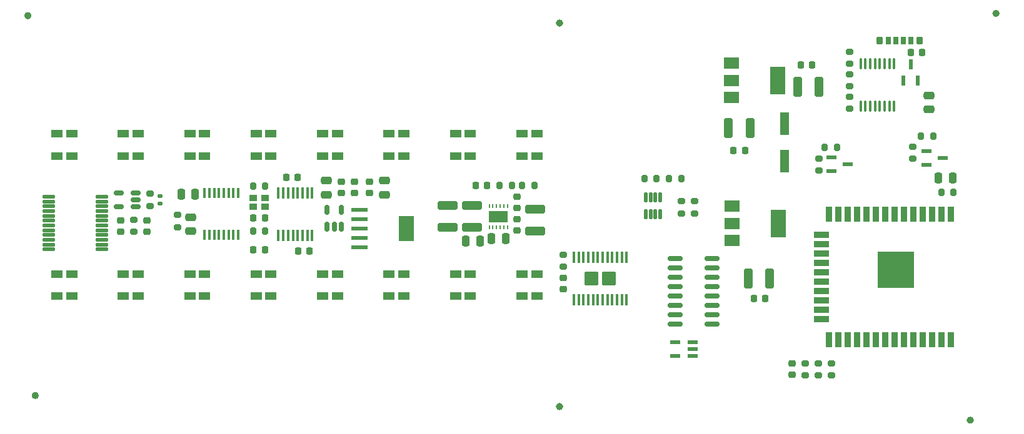
<source format=gtp>
G04 #@! TF.GenerationSoftware,KiCad,Pcbnew,(6.0.1-0)*
G04 #@! TF.CreationDate,2022-03-07T17:57:34+09:00*
G04 #@! TF.ProjectId,qLAMP-main,714c414d-502d-46d6-9169-6e2e6b696361,rev?*
G04 #@! TF.SameCoordinates,Original*
G04 #@! TF.FileFunction,Paste,Top*
G04 #@! TF.FilePolarity,Positive*
%FSLAX46Y46*%
G04 Gerber Fmt 4.6, Leading zero omitted, Abs format (unit mm)*
G04 Created by KiCad (PCBNEW (6.0.1-0)) date 2022-03-07 17:57:34*
%MOMM*%
%LPD*%
G01*
G04 APERTURE LIST*
G04 Aperture macros list*
%AMRoundRect*
0 Rectangle with rounded corners*
0 $1 Rounding radius*
0 $2 $3 $4 $5 $6 $7 $8 $9 X,Y pos of 4 corners*
0 Add a 4 corners polygon primitive as box body*
4,1,4,$2,$3,$4,$5,$6,$7,$8,$9,$2,$3,0*
0 Add four circle primitives for the rounded corners*
1,1,$1+$1,$2,$3*
1,1,$1+$1,$4,$5*
1,1,$1+$1,$6,$7*
1,1,$1+$1,$8,$9*
0 Add four rect primitives between the rounded corners*
20,1,$1+$1,$2,$3,$4,$5,0*
20,1,$1+$1,$4,$5,$6,$7,0*
20,1,$1+$1,$6,$7,$8,$9,0*
20,1,$1+$1,$8,$9,$2,$3,0*%
G04 Aperture macros list end*
%ADD10C,0.475000*%
%ADD11RoundRect,0.100000X-0.100000X0.637500X-0.100000X-0.637500X0.100000X-0.637500X0.100000X0.637500X0*%
%ADD12R,0.249999X0.499999*%
%ADD13R,2.500000X1.500000*%
%ADD14R,2.200000X0.600000*%
%ADD15R,2.150000X3.450000*%
%ADD16RoundRect,0.150000X0.150000X-0.512500X0.150000X0.512500X-0.150000X0.512500X-0.150000X-0.512500X0*%
%ADD17R,2.000000X1.500000*%
%ADD18R,2.000000X3.800000*%
%ADD19RoundRect,0.250000X0.475000X-0.250000X0.475000X0.250000X-0.475000X0.250000X-0.475000X-0.250000X0*%
%ADD20R,1.219200X3.098800*%
%ADD21RoundRect,0.225000X0.250000X-0.225000X0.250000X0.225000X-0.250000X0.225000X-0.250000X-0.225000X0*%
%ADD22RoundRect,0.250000X0.325000X1.100000X-0.325000X1.100000X-0.325000X-1.100000X0.325000X-1.100000X0*%
%ADD23RoundRect,0.225000X0.225000X0.250000X-0.225000X0.250000X-0.225000X-0.250000X0.225000X-0.250000X0*%
%ADD24RoundRect,0.250000X-0.325000X-1.100000X0.325000X-1.100000X0.325000X1.100000X-0.325000X1.100000X0*%
%ADD25RoundRect,0.250000X0.250000X0.475000X-0.250000X0.475000X-0.250000X-0.475000X0.250000X-0.475000X0*%
%ADD26RoundRect,0.225000X-0.225000X-0.250000X0.225000X-0.250000X0.225000X0.250000X-0.225000X0.250000X0*%
%ADD27RoundRect,0.250000X1.100000X-0.325000X1.100000X0.325000X-1.100000X0.325000X-1.100000X-0.325000X0*%
%ADD28RoundRect,0.111230X0.763770X0.111230X-0.763770X0.111230X-0.763770X-0.111230X0.763770X-0.111230X0*%
%ADD29RoundRect,0.225000X-0.250000X0.225000X-0.250000X-0.225000X0.250000X-0.225000X0.250000X0.225000X0*%
%ADD30RoundRect,0.111665X-0.111665X0.550835X-0.111665X-0.550835X0.111665X-0.550835X0.111665X0.550835X0*%
%ADD31RoundRect,0.150000X0.512500X0.150000X-0.512500X0.150000X-0.512500X-0.150000X0.512500X-0.150000X0*%
%ADD32R,1.000000X0.900000*%
%ADD33RoundRect,0.200000X-0.200000X-0.275000X0.200000X-0.275000X0.200000X0.275000X-0.200000X0.275000X0*%
%ADD34RoundRect,0.200000X0.275000X-0.200000X0.275000X0.200000X-0.275000X0.200000X-0.275000X-0.200000X0*%
%ADD35R,0.355600X1.473200*%
%ADD36R,0.410000X1.570000*%
%ADD37RoundRect,0.200000X-0.275000X0.200000X-0.275000X-0.200000X0.275000X-0.200000X0.275000X0.200000X0*%
%ADD38RoundRect,0.200000X0.200000X0.275000X-0.200000X0.275000X-0.200000X-0.275000X0.200000X-0.275000X0*%
%ADD39RoundRect,0.150000X0.825000X0.150000X-0.825000X0.150000X-0.825000X-0.150000X0.825000X-0.150000X0*%
%ADD40R,1.473200X0.558800*%
%ADD41R,1.320800X0.558800*%
%ADD42R,0.558800X1.320800*%
%ADD43RoundRect,0.250000X0.695000X-0.715000X0.695000X0.715000X-0.695000X0.715000X-0.695000X-0.715000X0*%
%ADD44RoundRect,0.100000X0.100000X-0.687500X0.100000X0.687500X-0.100000X0.687500X-0.100000X-0.687500X0*%
%ADD45R,1.600000X1.000000*%
%ADD46RoundRect,0.035000X0.315000X0.465000X-0.315000X0.465000X-0.315000X-0.465000X0.315000X-0.465000X0*%
%ADD47RoundRect,0.040000X0.360000X0.460000X-0.360000X0.460000X-0.360000X-0.460000X0.360000X-0.460000X0*%
%ADD48R,0.900000X2.000000*%
%ADD49R,2.000000X0.900000*%
%ADD50R,5.000000X5.000000*%
%ADD51RoundRect,0.140000X0.170000X-0.140000X0.170000X0.140000X-0.170000X0.140000X-0.170000X-0.140000X0*%
G04 APERTURE END LIST*
D10*
X204097500Y-129840000D02*
G75*
G03*
X204097500Y-129840000I-237500J0D01*
G01*
X207587500Y-74695000D02*
G75*
G03*
X207587500Y-74695000I-237500J0D01*
G01*
X148473500Y-128000000D02*
G75*
G03*
X148473500Y-128000000I-237500J0D01*
G01*
X77473500Y-126500000D02*
G75*
G03*
X77473500Y-126500000I-237500J0D01*
G01*
X76473500Y-75000000D02*
G75*
G03*
X76473500Y-75000000I-237500J0D01*
G01*
X148473500Y-76000000D02*
G75*
G03*
X148473500Y-76000000I-237500J0D01*
G01*
D11*
X193553292Y-81537300D03*
X192903292Y-81537300D03*
X192253292Y-81537300D03*
X191603292Y-81537300D03*
X190953292Y-81537300D03*
X190303292Y-81537300D03*
X189653292Y-81537300D03*
X189003292Y-81537300D03*
X189003292Y-87262300D03*
X189653292Y-87262300D03*
X190303292Y-87262300D03*
X190953292Y-87262300D03*
X191603292Y-87262300D03*
X192253292Y-87262300D03*
X192903292Y-87262300D03*
X193553292Y-87262300D03*
D12*
X141216000Y-100820000D03*
X140716001Y-100820000D03*
X140216000Y-100820000D03*
X139716000Y-100820000D03*
X139215999Y-100820000D03*
X138716000Y-100820000D03*
X138716000Y-103720000D03*
X139215999Y-103720000D03*
X139716000Y-103720000D03*
X140216000Y-103720000D03*
X140716001Y-103720000D03*
X141216000Y-103720000D03*
D13*
X139966000Y-102270000D03*
D14*
X121168500Y-101310000D03*
X121168500Y-102580000D03*
X121168500Y-103850000D03*
X121168500Y-105120000D03*
X121168500Y-106390000D03*
D15*
X127468500Y-103850000D03*
D16*
X116766000Y-103627500D03*
X117716000Y-103627500D03*
X118666000Y-103627500D03*
X118666000Y-101352500D03*
X116766000Y-101352500D03*
D17*
X171570000Y-100850000D03*
X171570000Y-103150000D03*
X171570000Y-105450000D03*
D18*
X177870000Y-103150000D03*
D17*
X171480000Y-81460000D03*
X171480000Y-83760000D03*
X171480000Y-86060000D03*
D18*
X177780000Y-83760000D03*
D19*
X124532000Y-99249995D03*
X124532000Y-97349995D03*
D20*
X178680000Y-89627300D03*
X178680000Y-94732700D03*
D21*
X122500000Y-99074995D03*
X122500000Y-97524995D03*
D22*
X174055000Y-90250000D03*
X171105000Y-90250000D03*
D23*
X173365000Y-93260000D03*
X171815000Y-93260000D03*
D24*
X180455000Y-84680000D03*
X183405000Y-84680000D03*
D21*
X118690000Y-99074995D03*
X118690000Y-97524995D03*
D23*
X176095000Y-113360000D03*
X174545000Y-113360000D03*
D19*
X116658000Y-99249995D03*
X116658000Y-97349995D03*
D25*
X137446000Y-105570000D03*
X135546000Y-105570000D03*
D26*
X195788292Y-79999800D03*
X197338292Y-79999800D03*
D23*
X138420995Y-98029993D03*
X136870995Y-98029993D03*
D27*
X133096000Y-103695000D03*
X133096000Y-100745000D03*
D28*
X86295999Y-106695011D03*
X86295999Y-106045013D03*
X86295999Y-105395012D03*
X86295999Y-104745012D03*
X86295999Y-104095012D03*
X86295999Y-103445012D03*
X86295999Y-102795012D03*
X86295999Y-102145012D03*
X86295999Y-101495012D03*
X86295999Y-100845012D03*
X86295999Y-100195011D03*
X86295999Y-99545013D03*
X79095999Y-99545013D03*
X79095999Y-100195011D03*
X79095999Y-100845012D03*
X79095999Y-101495012D03*
X79095999Y-102145012D03*
X79095999Y-102795012D03*
X79095999Y-103445012D03*
X79095999Y-104095012D03*
X79095999Y-104745012D03*
X79095999Y-105395012D03*
X79095999Y-106045013D03*
X79095999Y-106695011D03*
D29*
X92336000Y-102725000D03*
X92336000Y-104275000D03*
X179705000Y-122161000D03*
X179705000Y-123711000D03*
D21*
X88780000Y-104275000D03*
X88780000Y-102725000D03*
D26*
X106771004Y-106722000D03*
X108321004Y-106722000D03*
D23*
X114401000Y-106870000D03*
X112851000Y-106870000D03*
X112801000Y-96950000D03*
X111251000Y-96950000D03*
D19*
X98266000Y-104230000D03*
X98266000Y-102330000D03*
D30*
X161861750Y-99600653D03*
X161211750Y-99600653D03*
X160561750Y-99600653D03*
X159911750Y-99600653D03*
X159911750Y-101875653D03*
X160561750Y-101875653D03*
X161211750Y-101875653D03*
X161861750Y-101875653D03*
D31*
X90833502Y-100910012D03*
X90833502Y-99960012D03*
X90833502Y-99010012D03*
X88558502Y-99010012D03*
X88558502Y-100910012D03*
D25*
X98890000Y-99230000D03*
X96990000Y-99230000D03*
D32*
X108358511Y-99699492D03*
X106733511Y-99699492D03*
X106733511Y-100924492D03*
X108358511Y-100924492D03*
D23*
X108321000Y-102404000D03*
X106771000Y-102404000D03*
D33*
X106721011Y-98085992D03*
X108371011Y-98085992D03*
D34*
X96526000Y-103655000D03*
X96526000Y-102005000D03*
D35*
X104708599Y-99041600D03*
X104058601Y-99041600D03*
X103408599Y-99041600D03*
X102758601Y-99041600D03*
X102108602Y-99041600D03*
X101458601Y-99041600D03*
X100808602Y-99041600D03*
X100158601Y-99041600D03*
X100158601Y-104680400D03*
X100808599Y-104680400D03*
X101458601Y-104680400D03*
X102108599Y-104680400D03*
X102758598Y-104680400D03*
X103408599Y-104680400D03*
X104058598Y-104680400D03*
X104708599Y-104680400D03*
D36*
X110176000Y-104790000D03*
X110826000Y-104790000D03*
X111476000Y-104790000D03*
X112126000Y-104790000D03*
X112776000Y-104790000D03*
X113426000Y-104790000D03*
X114076000Y-104790000D03*
X114726000Y-104790000D03*
X114726000Y-99050000D03*
X114076000Y-99050000D03*
X113426000Y-99050000D03*
X112776000Y-99050000D03*
X112126000Y-99050000D03*
X111476000Y-99050000D03*
X110826000Y-99050000D03*
X110176000Y-99050000D03*
D33*
X106721004Y-104182000D03*
X108371004Y-104182000D03*
D37*
X90558000Y-102675000D03*
X90558000Y-104325000D03*
D33*
X163061000Y-97110005D03*
X164711000Y-97110005D03*
D38*
X161381000Y-97110000D03*
X159731000Y-97110000D03*
D39*
X168886000Y-116780000D03*
X168886000Y-115510000D03*
X168886000Y-114240000D03*
X168886000Y-112970000D03*
X168886000Y-111700000D03*
X168886000Y-110430000D03*
X168886000Y-109160000D03*
X168886000Y-107890000D03*
X163936000Y-107890000D03*
X163936000Y-109160000D03*
X163936000Y-110430000D03*
X163936000Y-111700000D03*
X163936000Y-112970000D03*
X163936000Y-114240000D03*
X163936000Y-115510000D03*
X163936000Y-116780000D03*
D40*
X166299800Y-121150001D03*
X166299800Y-120200000D03*
X166299800Y-119249999D03*
X163912200Y-119249999D03*
X163912200Y-121150001D03*
D21*
X120468000Y-99074995D03*
X120468000Y-97524995D03*
D41*
X197927800Y-93340200D03*
X197927800Y-95219800D03*
X200112200Y-94280000D03*
X185087800Y-94180200D03*
X185087800Y-96059800D03*
X187272200Y-95120000D03*
D42*
X194838492Y-83802000D03*
X196718092Y-83802000D03*
X195778292Y-81617600D03*
D43*
X152586000Y-110630000D03*
X154926000Y-110630000D03*
D44*
X150181000Y-113492500D03*
X150831000Y-113492500D03*
X151481000Y-113492500D03*
X152131000Y-113492500D03*
X152781000Y-113492500D03*
X153431000Y-113492500D03*
X154081000Y-113492500D03*
X154731000Y-113492500D03*
X155381000Y-113492500D03*
X156031000Y-113492500D03*
X156681000Y-113492500D03*
X157331000Y-113492500D03*
X157331000Y-107767500D03*
X156681000Y-107767500D03*
X156031000Y-107767500D03*
X155381000Y-107767500D03*
X154731000Y-107767500D03*
X154081000Y-107767500D03*
X153431000Y-107767500D03*
X152781000Y-107767500D03*
X152131000Y-107767500D03*
X151481000Y-107767500D03*
X150831000Y-107767500D03*
X150181000Y-107767500D03*
D21*
X142495998Y-104124998D03*
X142495998Y-102574998D03*
D37*
X164749988Y-100175001D03*
X164749988Y-101825001D03*
D25*
X201475000Y-97020000D03*
X199575000Y-97020000D03*
D38*
X198845000Y-91305000D03*
X197195000Y-91305000D03*
X185815000Y-92860000D03*
X184165000Y-92860000D03*
X141761006Y-98029993D03*
X140111006Y-98029993D03*
D37*
X187500006Y-79896200D03*
X187500006Y-81546200D03*
X187500006Y-82944200D03*
X187500006Y-84594200D03*
X196100000Y-92745000D03*
X196100000Y-94395000D03*
X183390000Y-94365000D03*
X183390000Y-96015000D03*
X148756005Y-107394991D03*
X148756005Y-109044991D03*
D38*
X201575000Y-98940000D03*
X199925000Y-98940000D03*
D37*
X187500006Y-87642200D03*
X187500006Y-85992200D03*
D29*
X148756005Y-110515012D03*
X148756005Y-112065012D03*
D22*
X176715000Y-110630000D03*
X173765000Y-110630000D03*
D26*
X180925000Y-81680000D03*
X182475000Y-81680000D03*
D45*
X107157211Y-91002066D03*
X107157211Y-94002066D03*
D34*
X181483000Y-123761000D03*
X181483000Y-122111000D03*
D45*
X134157211Y-113001633D03*
X134157211Y-110001633D03*
X89157211Y-91002066D03*
X89157211Y-94002066D03*
X134157211Y-91002066D03*
X134157211Y-94002066D03*
X127157211Y-113001633D03*
X127157211Y-110001633D03*
X136157211Y-91002066D03*
X136157211Y-94002066D03*
X143157211Y-91002066D03*
X143157211Y-94002066D03*
X100157211Y-113001633D03*
X100157211Y-110001633D03*
X100157211Y-91002066D03*
X100157211Y-94002066D03*
D34*
X185039000Y-123761000D03*
X185039000Y-122111000D03*
D45*
X125157211Y-113001633D03*
X125157211Y-110001633D03*
X116157211Y-113001633D03*
X116157211Y-110001633D03*
D27*
X136386000Y-103695000D03*
X136386000Y-100745000D03*
D46*
X194788282Y-78419792D03*
X192788282Y-78419792D03*
D47*
X191588282Y-78419792D03*
D46*
X193788282Y-78419792D03*
X195788282Y-78419792D03*
D47*
X196988282Y-78419792D03*
D29*
X142495998Y-99534999D03*
X142495998Y-101084999D03*
D45*
X82157211Y-113001633D03*
X82157211Y-110001633D03*
X118157211Y-113001633D03*
X118157211Y-110001633D03*
D33*
X143170995Y-98029993D03*
X144820995Y-98029993D03*
D45*
X109157211Y-113001633D03*
X109157211Y-110001633D03*
X118157211Y-91002066D03*
X118157211Y-94002066D03*
X109157211Y-91002066D03*
X109157211Y-94002066D03*
X80157211Y-91002066D03*
X80157211Y-94002066D03*
X98157211Y-113001633D03*
X98157211Y-110001633D03*
D19*
X198308292Y-87719800D03*
X198308292Y-85819800D03*
D48*
X201261000Y-101920000D03*
X199991000Y-101920000D03*
X198721000Y-101920000D03*
X197451000Y-101920000D03*
X196181000Y-101920000D03*
X194911000Y-101920000D03*
X193641000Y-101920000D03*
X192371000Y-101920000D03*
X191101000Y-101920000D03*
X189831000Y-101920000D03*
X188561000Y-101920000D03*
X187291000Y-101920000D03*
X186021000Y-101920000D03*
X184751000Y-101920000D03*
D49*
X183751000Y-104705000D03*
X183751000Y-105975000D03*
X183751000Y-107245000D03*
X183751000Y-108515000D03*
X183751000Y-109785000D03*
X183751000Y-111055000D03*
X183751000Y-112325000D03*
X183751000Y-113595000D03*
X183751000Y-114865000D03*
X183751000Y-116135000D03*
D48*
X184751000Y-118920000D03*
X186021000Y-118920000D03*
X187291000Y-118920000D03*
X188561000Y-118920000D03*
X189831000Y-118920000D03*
X191101000Y-118920000D03*
X192371000Y-118920000D03*
X193641000Y-118920000D03*
X194911000Y-118920000D03*
X196181000Y-118920000D03*
X197451000Y-118920000D03*
X198721000Y-118920000D03*
X199991000Y-118920000D03*
X201261000Y-118920000D03*
D50*
X193761000Y-109420000D03*
D45*
X80157211Y-113001633D03*
X80157211Y-110001633D03*
D34*
X166527988Y-101825001D03*
X166527988Y-100175001D03*
D45*
X91157211Y-113001633D03*
X91157211Y-110001633D03*
X127157211Y-91002066D03*
X127157211Y-94002066D03*
D51*
X94146005Y-100440012D03*
X94146005Y-99480012D03*
D45*
X89157211Y-113001633D03*
X89157211Y-110001633D03*
X125157211Y-91002066D03*
X125157211Y-94002066D03*
X145157211Y-113001633D03*
X145157211Y-110001633D03*
D37*
X92776006Y-99135012D03*
X92776006Y-100785012D03*
D34*
X183261000Y-123761000D03*
X183261000Y-122111000D03*
D45*
X116157211Y-91002066D03*
X116157211Y-94002066D03*
D25*
X140936000Y-105230000D03*
X139036000Y-105230000D03*
D45*
X91157211Y-91002066D03*
X91157211Y-94002066D03*
X145157211Y-91002066D03*
X145157211Y-94002066D03*
X82157211Y-91002066D03*
X82157211Y-94002066D03*
X107157211Y-113001633D03*
X107157211Y-110001633D03*
X98157211Y-91002066D03*
X98157211Y-94002066D03*
X143157211Y-113001633D03*
X143157211Y-110001633D03*
D27*
X144936000Y-104185000D03*
X144936000Y-101235000D03*
D45*
X136157211Y-113001633D03*
X136157211Y-110001633D03*
M02*

</source>
